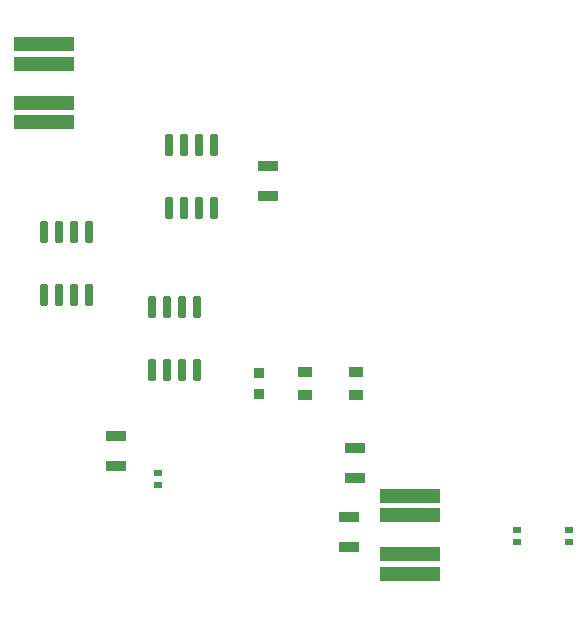
<source format=gtp>
G04 Layer_Color=8421504*
%FSLAX43Y43*%
%MOMM*%
G71*
G01*
G75*
G04:AMPARAMS|DCode=11|XSize=0.9mm|YSize=1.7mm|CornerRadius=0.09mm|HoleSize=0mm|Usage=FLASHONLY|Rotation=90.000|XOffset=0mm|YOffset=0mm|HoleType=Round|Shape=RoundedRectangle|*
%AMROUNDEDRECTD11*
21,1,0.900,1.520,0,0,90.0*
21,1,0.720,1.700,0,0,90.0*
1,1,0.180,0.760,0.360*
1,1,0.180,0.760,-0.360*
1,1,0.180,-0.760,-0.360*
1,1,0.180,-0.760,0.360*
%
%ADD11ROUNDEDRECTD11*%
%ADD12R,1.700X0.900*%
G04:AMPARAMS|DCode=13|XSize=1.25mm|YSize=5mm|CornerRadius=0.063mm|HoleSize=0mm|Usage=FLASHONLY|Rotation=90.000|XOffset=0mm|YOffset=0mm|HoleType=Round|Shape=RoundedRectangle|*
%AMROUNDEDRECTD13*
21,1,1.250,4.875,0,0,90.0*
21,1,1.125,5.000,0,0,90.0*
1,1,0.125,2.438,0.563*
1,1,0.125,2.438,-0.563*
1,1,0.125,-2.438,-0.563*
1,1,0.125,-2.438,0.563*
%
%ADD13ROUNDEDRECTD13*%
G04:AMPARAMS|DCode=14|XSize=0.559mm|YSize=0.6mm|CornerRadius=0.056mm|HoleSize=0mm|Usage=FLASHONLY|Rotation=90.000|XOffset=0mm|YOffset=0mm|HoleType=Round|Shape=RoundedRectangle|*
%AMROUNDEDRECTD14*
21,1,0.559,0.488,0,0,90.0*
21,1,0.447,0.600,0,0,90.0*
1,1,0.112,0.244,0.224*
1,1,0.112,0.244,-0.224*
1,1,0.112,-0.244,-0.224*
1,1,0.112,-0.244,0.224*
%
%ADD14ROUNDEDRECTD14*%
G04:AMPARAMS|DCode=15|XSize=0.8mm|YSize=0.9mm|CornerRadius=0.08mm|HoleSize=0mm|Usage=FLASHONLY|Rotation=90.000|XOffset=0mm|YOffset=0mm|HoleType=Round|Shape=RoundedRectangle|*
%AMROUNDEDRECTD15*
21,1,0.800,0.740,0,0,90.0*
21,1,0.640,0.900,0,0,90.0*
1,1,0.160,0.370,0.320*
1,1,0.160,0.370,-0.320*
1,1,0.160,-0.370,-0.320*
1,1,0.160,-0.370,0.320*
%
%ADD15ROUNDEDRECTD15*%
G04:AMPARAMS|DCode=16|XSize=0.9mm|YSize=1.25mm|CornerRadius=0.09mm|HoleSize=0mm|Usage=FLASHONLY|Rotation=90.000|XOffset=0mm|YOffset=0mm|HoleType=Round|Shape=RoundedRectangle|*
%AMROUNDEDRECTD16*
21,1,0.900,1.070,0,0,90.0*
21,1,0.720,1.250,0,0,90.0*
1,1,0.180,0.535,0.360*
1,1,0.180,0.535,-0.360*
1,1,0.180,-0.535,-0.360*
1,1,0.180,-0.535,0.360*
%
%ADD16ROUNDEDRECTD16*%
G04:AMPARAMS|DCode=17|XSize=0.6mm|YSize=1.8mm|CornerRadius=0.03mm|HoleSize=0mm|Usage=FLASHONLY|Rotation=180.000|XOffset=0mm|YOffset=0mm|HoleType=Round|Shape=RoundedRectangle|*
%AMROUNDEDRECTD17*
21,1,0.600,1.740,0,0,180.0*
21,1,0.540,1.800,0,0,180.0*
1,1,0.060,-0.270,0.870*
1,1,0.060,0.270,0.870*
1,1,0.060,0.270,-0.870*
1,1,0.060,-0.270,-0.870*
%
%ADD17ROUNDEDRECTD17*%
D11*
X83566Y59329D02*
D03*
Y61829D02*
D03*
X84074Y65171D02*
D03*
Y67671D02*
D03*
X63881Y66187D02*
D03*
Y68687D02*
D03*
X76708Y91547D02*
D03*
D12*
Y89047D02*
D03*
D13*
X57785Y101854D02*
D03*
Y100203D02*
D03*
Y96901D02*
D03*
Y95250D02*
D03*
X88773Y63627D02*
D03*
Y61976D02*
D03*
Y58674D02*
D03*
Y57023D02*
D03*
D14*
X97790Y59690D02*
D03*
Y60706D02*
D03*
X102235Y59690D02*
D03*
Y60706D02*
D03*
X67437Y64516D02*
D03*
Y65532D02*
D03*
D15*
X75946Y74002D02*
D03*
Y72302D02*
D03*
D16*
X79883Y72152D02*
D03*
Y74152D02*
D03*
X84201Y72152D02*
D03*
Y74152D02*
D03*
D17*
X61595Y85989D02*
D03*
X60325D02*
D03*
X59055D02*
D03*
X57785D02*
D03*
X61595Y80635D02*
D03*
X60325D02*
D03*
X59055D02*
D03*
X57785D02*
D03*
X70739Y79639D02*
D03*
X69469D02*
D03*
X68199D02*
D03*
X66929D02*
D03*
X70739Y74285D02*
D03*
X69469D02*
D03*
X68199D02*
D03*
X66929D02*
D03*
X72136Y93355D02*
D03*
X70866D02*
D03*
X69596D02*
D03*
X68326D02*
D03*
X72136Y88001D02*
D03*
X70866D02*
D03*
X69596D02*
D03*
X68326D02*
D03*
M02*

</source>
